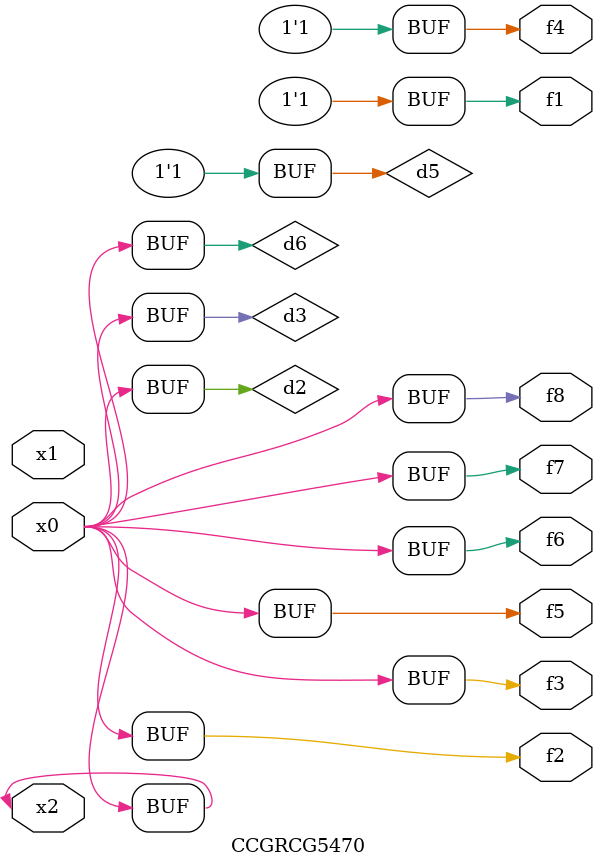
<source format=v>
module CCGRCG5470(
	input x0, x1, x2,
	output f1, f2, f3, f4, f5, f6, f7, f8
);

	wire d1, d2, d3, d4, d5, d6;

	xnor (d1, x2);
	buf (d2, x0, x2);
	and (d3, x0);
	xnor (d4, x1, x2);
	nand (d5, d1, d3);
	buf (d6, d2, d3);
	assign f1 = d5;
	assign f2 = d6;
	assign f3 = d6;
	assign f4 = d5;
	assign f5 = d6;
	assign f6 = d6;
	assign f7 = d6;
	assign f8 = d6;
endmodule

</source>
